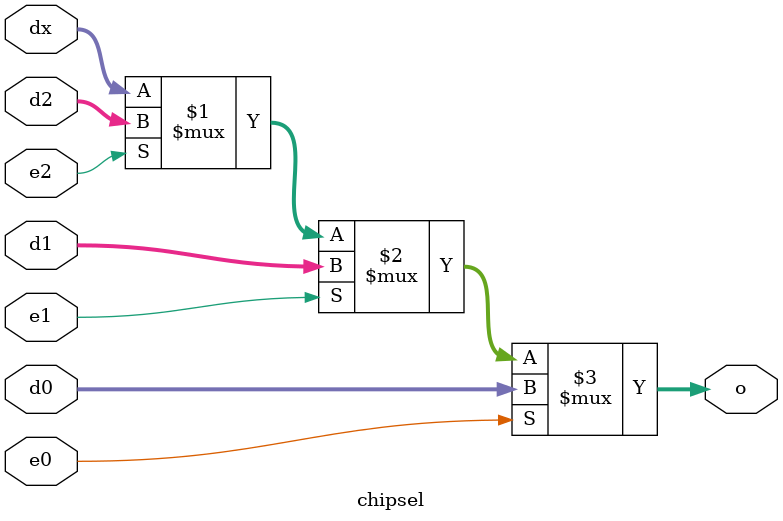
<source format=v>
module chipsel (
	output [7:0] o,
	input e0, input [7:0] d0,
	input e1, input [7:0] d1,
	input e2, input [7:0] d2,
	input [7:0] dx
);

	assign o = e0 ? d0 :
				e1 ? d1 :
				e2 ? d2 :
				dx;

endmodule

</source>
